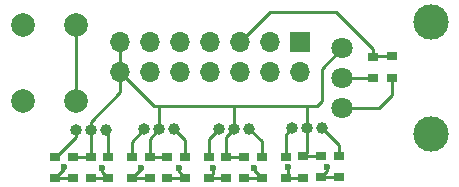
<source format=gbr>
G04 #@! TF.GenerationSoftware,KiCad,Pcbnew,(5.1.2)-2*
G04 #@! TF.CreationDate,2019-09-21T22:45:55+01:00*
G04 #@! TF.ProjectId,LEDPanelControllerHAT,4c454450-616e-4656-9c43-6f6e74726f6c,rev?*
G04 #@! TF.SameCoordinates,Original*
G04 #@! TF.FileFunction,Copper,L2,Bot*
G04 #@! TF.FilePolarity,Positive*
%FSLAX46Y46*%
G04 Gerber Fmt 4.6, Leading zero omitted, Abs format (unit mm)*
G04 Created by KiCad (PCBNEW (5.1.2)-2) date 2019-09-21 22:45:55*
%MOMM*%
%LPD*%
G04 APERTURE LIST*
%ADD10C,1.000000*%
%ADD11O,1.000000X1.000000*%
%ADD12R,0.900000X0.800000*%
%ADD13C,2.000000*%
%ADD14C,3.000000*%
%ADD15C,1.800000*%
%ADD16R,1.700000X1.700000*%
%ADD17O,1.700000X1.700000*%
%ADD18C,0.600000*%
%ADD19C,0.250000*%
G04 APERTURE END LIST*
D10*
X164325000Y-85200000D03*
D11*
X163055000Y-85200000D03*
X161785000Y-85200000D03*
D10*
X158175000Y-85250000D03*
D11*
X156905000Y-85250000D03*
X155635000Y-85250000D03*
D10*
X151825000Y-85300000D03*
D11*
X150555000Y-85300000D03*
X149285000Y-85300000D03*
D10*
X146025000Y-85350000D03*
D11*
X144755000Y-85350000D03*
X143485000Y-85350000D03*
D12*
X168675000Y-79150000D03*
X168675000Y-80950000D03*
D13*
X143500000Y-82925000D03*
X139000000Y-82925000D03*
X143500000Y-76425000D03*
X139000000Y-76425000D03*
D14*
X173525000Y-85700000D03*
X173525000Y-76200000D03*
D15*
X166025000Y-83450000D03*
X166025000Y-80950000D03*
X166025000Y-78450000D03*
D12*
X165750000Y-87550000D03*
X165750000Y-89350000D03*
X161250000Y-89400000D03*
X161250000Y-87600000D03*
X159250000Y-87600000D03*
X159250000Y-89400000D03*
X154750000Y-89400000D03*
X154750000Y-87600000D03*
X152750000Y-87600000D03*
X152750000Y-89400000D03*
X148250000Y-89400000D03*
X148250000Y-87600000D03*
X146250000Y-87600000D03*
X146250000Y-89400000D03*
X141750000Y-89400000D03*
X141750000Y-87600000D03*
D16*
X162500000Y-77900000D03*
D17*
X162500000Y-80440000D03*
X159960000Y-77900000D03*
X159960000Y-80440000D03*
X157420000Y-77900000D03*
X157420000Y-80440000D03*
X154880000Y-77900000D03*
X154880000Y-80440000D03*
X152340000Y-77900000D03*
X152340000Y-80440000D03*
X149800000Y-77900000D03*
X149800000Y-80440000D03*
X147260000Y-77900000D03*
X147260000Y-80440000D03*
D12*
X164250000Y-87550000D03*
X164250000Y-89350000D03*
X162750000Y-89375000D03*
X162750000Y-87575000D03*
X157750000Y-87600000D03*
X157750000Y-89400000D03*
X156250000Y-89400000D03*
X156250000Y-87600000D03*
X170250000Y-79125000D03*
X170250000Y-80925000D03*
X151250000Y-87600000D03*
X151250000Y-89400000D03*
X149750000Y-89400000D03*
X149750000Y-87600000D03*
X144750000Y-87600000D03*
X144750000Y-89400000D03*
X143250000Y-89400000D03*
X143250000Y-87600000D03*
D18*
X142500000Y-88525000D03*
X145725000Y-88575000D03*
X152200000Y-88600000D03*
X149000000Y-88550000D03*
X155150000Y-88575000D03*
X158550000Y-88550000D03*
X161500000Y-88500002D03*
X164775000Y-88450000D03*
D19*
X143250000Y-89400000D02*
X141750000Y-89400000D01*
X142500000Y-88650000D02*
X141750000Y-89400000D01*
X142500000Y-88525000D02*
X142500000Y-88650000D01*
X162775000Y-87550000D02*
X162750000Y-87575000D01*
X164250000Y-87550000D02*
X162775000Y-87550000D01*
X163055000Y-87270000D02*
X162750000Y-87575000D01*
X163055000Y-85200000D02*
X163055000Y-87270000D01*
X143250000Y-87600000D02*
X144750000Y-87600000D01*
X149750000Y-87600000D02*
X151250000Y-87600000D01*
X156250000Y-87600000D02*
X157750000Y-87600000D01*
X156250000Y-85905000D02*
X156905000Y-85250000D01*
X156250000Y-87600000D02*
X156250000Y-85905000D01*
X149750000Y-86105000D02*
X150555000Y-85300000D01*
X149750000Y-87600000D02*
X149750000Y-86105000D01*
X144750000Y-85355000D02*
X144755000Y-85350000D01*
X144750000Y-87600000D02*
X144750000Y-85355000D01*
X166025000Y-78450000D02*
X164300000Y-80175000D01*
X164300000Y-80175000D02*
X164300000Y-82900000D01*
X164300000Y-82900000D02*
X163900000Y-83300000D01*
X150120000Y-83300000D02*
X147260000Y-80440000D01*
X150575000Y-84572894D02*
X150575000Y-83300000D01*
X150555000Y-84592894D02*
X150575000Y-84572894D01*
X150555000Y-85300000D02*
X150555000Y-84592894D01*
X150575000Y-83300000D02*
X150120000Y-83300000D01*
X156900000Y-84537894D02*
X156900000Y-83300000D01*
X156905000Y-84542894D02*
X156900000Y-84537894D01*
X156905000Y-85250000D02*
X156905000Y-84542894D01*
X156900000Y-83300000D02*
X150575000Y-83300000D01*
X163075000Y-84472894D02*
X163075000Y-83300000D01*
X163055000Y-84492894D02*
X163075000Y-84472894D01*
X163055000Y-85200000D02*
X163055000Y-84492894D01*
X163900000Y-83300000D02*
X163075000Y-83300000D01*
X163075000Y-83300000D02*
X156900000Y-83300000D01*
X147260000Y-80440000D02*
X147260000Y-77900000D01*
X147260000Y-81642081D02*
X147260000Y-80440000D01*
X147260000Y-82137894D02*
X147260000Y-81642081D01*
X144755000Y-85350000D02*
X144755000Y-84642894D01*
X144755000Y-84642894D02*
X147260000Y-82137894D01*
X146250000Y-89400000D02*
X144750000Y-89400000D01*
X145725000Y-88875000D02*
X146250000Y-89400000D01*
X145725000Y-88575000D02*
X145725000Y-88875000D01*
X149750000Y-89400000D02*
X148250000Y-89400000D01*
X152750000Y-89400000D02*
X151250000Y-89400000D01*
X152200000Y-88850000D02*
X152750000Y-89400000D01*
X152200000Y-88600000D02*
X152200000Y-88850000D01*
X149000000Y-88650000D02*
X148250000Y-89400000D01*
X149000000Y-88550000D02*
X149000000Y-88650000D01*
X168700000Y-79125000D02*
X168675000Y-79150000D01*
X170250000Y-79125000D02*
X168700000Y-79125000D01*
X168675000Y-78500000D02*
X165550000Y-75375000D01*
X168675000Y-79150000D02*
X168675000Y-78500000D01*
X159945000Y-75375000D02*
X157420000Y-77900000D01*
X165550000Y-75375000D02*
X159945000Y-75375000D01*
X170250000Y-82375000D02*
X170250000Y-80925000D01*
X166025000Y-83450000D02*
X169175000Y-83450000D01*
X169175000Y-83450000D02*
X170250000Y-82375000D01*
X156250000Y-89400000D02*
X154750000Y-89400000D01*
X155150000Y-89000000D02*
X154750000Y-89400000D01*
X155150000Y-88575000D02*
X155150000Y-89000000D01*
X159250000Y-89400000D02*
X157750000Y-89400000D01*
X158550000Y-88700000D02*
X159250000Y-89400000D01*
X158550000Y-88550000D02*
X158550000Y-88700000D01*
X161275000Y-89375000D02*
X161250000Y-89400000D01*
X162750000Y-89375000D02*
X161275000Y-89375000D01*
X161500000Y-89150000D02*
X161250000Y-89400000D01*
X161500000Y-88500002D02*
X161500000Y-89150000D01*
X165750000Y-89350000D02*
X164250000Y-89350000D01*
X164775000Y-88825000D02*
X164250000Y-89350000D01*
X164775000Y-88450000D02*
X164775000Y-88825000D01*
X146250000Y-85575000D02*
X146025000Y-85350000D01*
X146250000Y-87600000D02*
X146250000Y-85575000D01*
X143485000Y-85915000D02*
X143485000Y-85350000D01*
X141750000Y-87600000D02*
X141800000Y-87600000D01*
X141800000Y-87600000D02*
X143485000Y-85915000D01*
X152750000Y-86225000D02*
X151825000Y-85300000D01*
X152750000Y-87600000D02*
X152750000Y-86225000D01*
X148250000Y-86335000D02*
X149285000Y-85300000D01*
X148250000Y-87600000D02*
X148250000Y-86335000D01*
X143500000Y-77839213D02*
X143500000Y-82925000D01*
X143500000Y-76425000D02*
X143500000Y-77839213D01*
X159250000Y-86325000D02*
X158175000Y-85250000D01*
X159250000Y-87600000D02*
X159250000Y-86325000D01*
X154750000Y-86135000D02*
X155635000Y-85250000D01*
X154750000Y-87600000D02*
X154750000Y-86135000D01*
X165750000Y-86625000D02*
X165750000Y-87550000D01*
X164325000Y-85200000D02*
X165750000Y-86625000D01*
X161250000Y-85735000D02*
X161785000Y-85200000D01*
X161250000Y-87600000D02*
X161250000Y-85735000D01*
X166025000Y-80950000D02*
X168675000Y-80950000D01*
M02*

</source>
